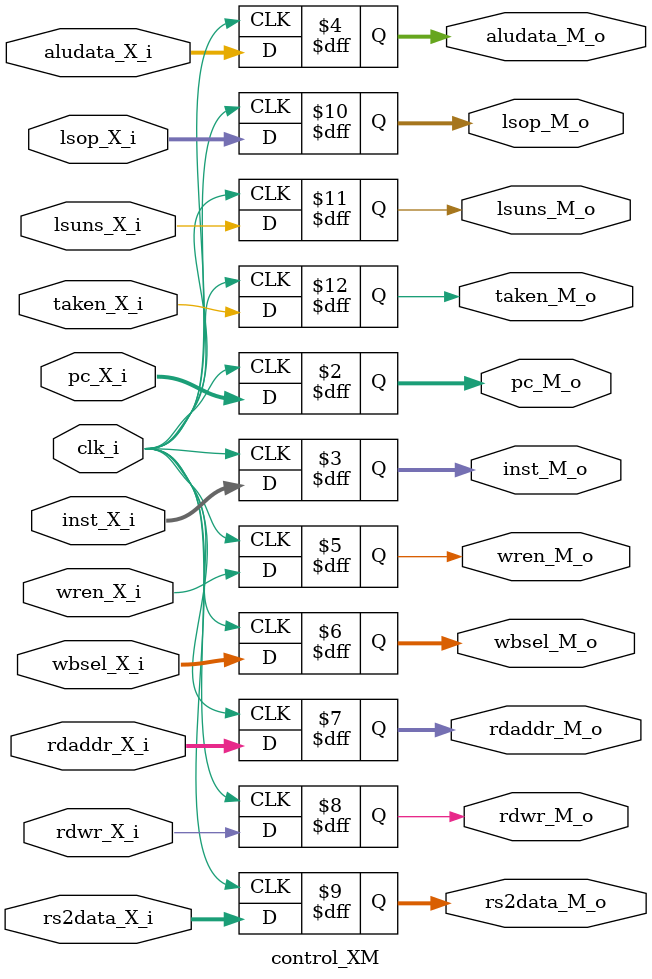
<source format=sv>
module control_XM(
	input logic clk_i,
	input logic [31:0]	pc_X_i,
	input logic [31:0] 	inst_X_i,
	input logic [31:0]	aludata_X_i,
	input logic 		wren_X_i,
	input logic [1:0]	wbsel_X_i,
	input logic [4:0]	rdaddr_X_i,
	input logic 		rdwr_X_i,	
	input logic [31:0]	rs2data_X_i,
	input logic [3:0]	lsop_X_i,
	input logic 		lsuns_X_i,
	input logic 		taken_X_i,
	
	output logic [31:0] pc_M_o,
	output logic [31:0] inst_M_o,
	output logic [31:0] aludata_M_o,
	output logic 		wren_M_o,
	output logic [1:0]	wbsel_M_o,
	output logic [4:0]	rdaddr_M_o,
	output logic 		rdwr_M_o,
	output logic [31:0]	rs2data_M_o,
	output logic [3:0]	lsop_M_o,
	output logic 		lsuns_M_o,
	output logic 		taken_M_o
);
always_ff @(posedge clk_i) begin
	pc_M_o 		<=	pc_X_i;
	inst_M_o 	<=  inst_X_i;
	aludata_M_o <= 	aludata_X_i;
	wren_M_o	<= 	wren_X_i;
	wbsel_M_o	<= 	wbsel_X_i;
	rdaddr_M_o	<=	rdaddr_X_i;
	rdwr_M_o	<=	rdwr_X_i;
	rs2data_M_o <= 	rs2data_X_i;
	lsuns_M_o	<=  lsuns_X_i;
	lsop_M_o	<=	lsop_X_i;
	taken_M_o	<=	taken_X_i;
end
endmodule :control_XM

</source>
